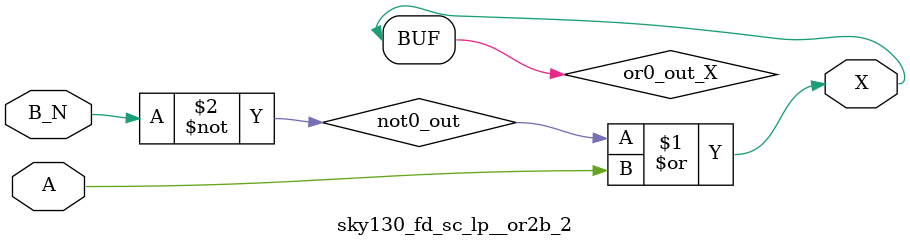
<source format=v>
/*
 * Copyright 2020 The SkyWater PDK Authors
 *
 * Licensed under the Apache License, Version 2.0 (the "License");
 * you may not use this file except in compliance with the License.
 * You may obtain a copy of the License at
 *
 *     https://www.apache.org/licenses/LICENSE-2.0
 *
 * Unless required by applicable law or agreed to in writing, software
 * distributed under the License is distributed on an "AS IS" BASIS,
 * WITHOUT WARRANTIES OR CONDITIONS OF ANY KIND, either express or implied.
 * See the License for the specific language governing permissions and
 * limitations under the License.
 *
 * SPDX-License-Identifier: Apache-2.0
*/


`ifndef SKY130_FD_SC_LP__OR2B_2_FUNCTIONAL_V
`define SKY130_FD_SC_LP__OR2B_2_FUNCTIONAL_V

/**
 * or2b: 2-input OR, first input inverted.
 *
 * Verilog simulation functional model.
 */

`timescale 1ns / 1ps
`default_nettype none

`celldefine
module sky130_fd_sc_lp__or2b_2 (
    X  ,
    A  ,
    B_N
);

    // Module ports
    output X  ;
    input  A  ;
    input  B_N;

    // Local signals
    wire not0_out ;
    wire or0_out_X;

    //  Name  Output     Other arguments
    not not0 (not0_out , B_N            );
    or  or0  (or0_out_X, not0_out, A    );
    buf buf0 (X        , or0_out_X      );

endmodule
`endcelldefine

`default_nettype wire
`endif  // SKY130_FD_SC_LP__OR2B_2_FUNCTIONAL_V

</source>
